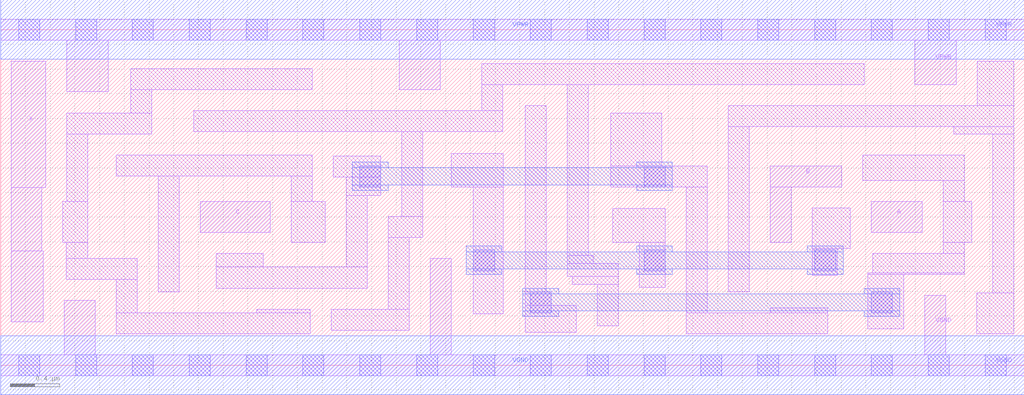
<source format=lef>
# Copyright 2020 The SkyWater PDK Authors
#
# Licensed under the Apache License, Version 2.0 (the "License");
# you may not use this file except in compliance with the License.
# You may obtain a copy of the License at
#
#     https://www.apache.org/licenses/LICENSE-2.0
#
# Unless required by applicable law or agreed to in writing, software
# distributed under the License is distributed on an "AS IS" BASIS,
# WITHOUT WARRANTIES OR CONDITIONS OF ANY KIND, either express or implied.
# See the License for the specific language governing permissions and
# limitations under the License.
#
# SPDX-License-Identifier: Apache-2.0

VERSION 5.7 ;
  NAMESCASESENSITIVE ON ;
  NOWIREEXTENSIONATPIN ON ;
  DIVIDERCHAR "/" ;
  BUSBITCHARS "[]" ;
UNITS
  DATABASE MICRONS 200 ;
END UNITS
MACRO sky130_fd_sc_hd__xnor3_1
  CLASS CORE ;
  SOURCE USER ;
  FOREIGN sky130_fd_sc_hd__xnor3_1 ;
  ORIGIN  0.000000  0.000000 ;
  SIZE  8.280000 BY  2.720000 ;
  SYMMETRY X Y R90 ;
  SITE unithd ;
  PIN A
    ANTENNAGATEAREA  0.246000 ;
    DIRECTION INPUT ;
    USE SIGNAL ;
    PORT
      LAYER li1 ;
        RECT 7.045000 1.075000 7.455000 1.325000 ;
    END
  END A
  PIN B
    ANTENNAGATEAREA  0.661500 ;
    DIRECTION INPUT ;
    USE SIGNAL ;
    PORT
      LAYER li1 ;
        RECT 6.225000 0.995000 6.395000 1.445000 ;
        RECT 6.225000 1.445000 6.805000 1.615000 ;
    END
  END B
  PIN C
    ANTENNAGATEAREA  0.381000 ;
    DIRECTION INPUT ;
    USE SIGNAL ;
    PORT
      LAYER li1 ;
        RECT 1.615000 1.075000 2.180000 1.325000 ;
    END
  END C
  PIN X
    ANTENNADIFFAREA  0.449000 ;
    DIRECTION OUTPUT ;
    USE SIGNAL ;
    PORT
      LAYER li1 ;
        RECT 0.085000 0.350000 0.345000 0.925000 ;
        RECT 0.085000 0.925000 0.330000 1.440000 ;
        RECT 0.085000 1.440000 0.365000 2.465000 ;
    END
  END X
  PIN VGND
    DIRECTION INOUT ;
    SHAPE ABUTMENT ;
    USE GROUND ;
    PORT
      LAYER li1 ;
        RECT 0.000000 -0.085000 8.280000 0.085000 ;
        RECT 0.515000  0.085000 0.765000 0.525000 ;
        RECT 3.475000  0.085000 3.645000 0.865000 ;
        RECT 7.475000  0.085000 7.645000 0.565000 ;
      LAYER mcon ;
        RECT 0.145000 -0.085000 0.315000 0.085000 ;
        RECT 0.605000 -0.085000 0.775000 0.085000 ;
        RECT 1.065000 -0.085000 1.235000 0.085000 ;
        RECT 1.525000 -0.085000 1.695000 0.085000 ;
        RECT 1.985000 -0.085000 2.155000 0.085000 ;
        RECT 2.445000 -0.085000 2.615000 0.085000 ;
        RECT 2.905000 -0.085000 3.075000 0.085000 ;
        RECT 3.365000 -0.085000 3.535000 0.085000 ;
        RECT 3.825000 -0.085000 3.995000 0.085000 ;
        RECT 4.285000 -0.085000 4.455000 0.085000 ;
        RECT 4.745000 -0.085000 4.915000 0.085000 ;
        RECT 5.205000 -0.085000 5.375000 0.085000 ;
        RECT 5.665000 -0.085000 5.835000 0.085000 ;
        RECT 6.125000 -0.085000 6.295000 0.085000 ;
        RECT 6.585000 -0.085000 6.755000 0.085000 ;
        RECT 7.045000 -0.085000 7.215000 0.085000 ;
        RECT 7.505000 -0.085000 7.675000 0.085000 ;
        RECT 7.965000 -0.085000 8.135000 0.085000 ;
      LAYER met1 ;
        RECT 0.000000 -0.240000 8.280000 0.240000 ;
    END
  END VGND
  PIN VPWR
    DIRECTION INOUT ;
    SHAPE ABUTMENT ;
    USE POWER ;
    PORT
      LAYER li1 ;
        RECT 0.000000 2.635000 8.280000 2.805000 ;
        RECT 0.535000 2.215000 0.870000 2.635000 ;
        RECT 3.225000 2.235000 3.555000 2.635000 ;
        RECT 7.395000 2.275000 7.730000 2.635000 ;
      LAYER mcon ;
        RECT 0.145000 2.635000 0.315000 2.805000 ;
        RECT 0.605000 2.635000 0.775000 2.805000 ;
        RECT 1.065000 2.635000 1.235000 2.805000 ;
        RECT 1.525000 2.635000 1.695000 2.805000 ;
        RECT 1.985000 2.635000 2.155000 2.805000 ;
        RECT 2.445000 2.635000 2.615000 2.805000 ;
        RECT 2.905000 2.635000 3.075000 2.805000 ;
        RECT 3.365000 2.635000 3.535000 2.805000 ;
        RECT 3.825000 2.635000 3.995000 2.805000 ;
        RECT 4.285000 2.635000 4.455000 2.805000 ;
        RECT 4.745000 2.635000 4.915000 2.805000 ;
        RECT 5.205000 2.635000 5.375000 2.805000 ;
        RECT 5.665000 2.635000 5.835000 2.805000 ;
        RECT 6.125000 2.635000 6.295000 2.805000 ;
        RECT 6.585000 2.635000 6.755000 2.805000 ;
        RECT 7.045000 2.635000 7.215000 2.805000 ;
        RECT 7.505000 2.635000 7.675000 2.805000 ;
        RECT 7.965000 2.635000 8.135000 2.805000 ;
      LAYER met1 ;
        RECT 0.000000 2.480000 8.280000 2.960000 ;
    END
  END VPWR
  OBS
    LAYER li1 ;
      RECT 0.500000 0.995000 0.705000 1.325000 ;
      RECT 0.530000 0.695000 1.105000 0.865000 ;
      RECT 0.530000 0.865000 0.705000 0.995000 ;
      RECT 0.535000 1.325000 0.705000 1.875000 ;
      RECT 0.535000 1.875000 1.220000 2.045000 ;
      RECT 0.935000 0.255000 2.505000 0.425000 ;
      RECT 0.935000 0.425000 1.105000 0.695000 ;
      RECT 0.935000 1.535000 2.520000 1.705000 ;
      RECT 1.050000 2.045000 1.220000 2.235000 ;
      RECT 1.050000 2.235000 2.520000 2.405000 ;
      RECT 1.275000 0.595000 1.445000 1.535000 ;
      RECT 1.560000 1.895000 4.060000 2.065000 ;
      RECT 1.745000 0.625000 2.965000 0.795000 ;
      RECT 1.745000 0.795000 2.125000 0.905000 ;
      RECT 2.070000 0.425000 2.505000 0.455000 ;
      RECT 2.350000 0.995000 2.625000 1.325000 ;
      RECT 2.350000 1.325000 2.520000 1.535000 ;
      RECT 2.675000 0.285000 3.305000 0.455000 ;
      RECT 2.690000 1.525000 3.075000 1.695000 ;
      RECT 2.795000 0.795000 2.965000 1.375000 ;
      RECT 2.795000 1.375000 3.075000 1.525000 ;
      RECT 3.135000 0.455000 3.305000 1.035000 ;
      RECT 3.135000 1.035000 3.415000 1.205000 ;
      RECT 3.245000 1.205000 3.415000 1.895000 ;
      RECT 3.645000 1.445000 4.065000 1.715000 ;
      RECT 3.825000 0.415000 4.065000 1.445000 ;
      RECT 3.890000 2.065000 4.060000 2.275000 ;
      RECT 3.890000 2.275000 6.985000 2.445000 ;
      RECT 4.245000 0.265000 4.655000 0.485000 ;
      RECT 4.245000 0.485000 4.455000 0.595000 ;
      RECT 4.245000 0.595000 4.415000 2.105000 ;
      RECT 4.585000 0.720000 4.995000 0.825000 ;
      RECT 4.585000 0.825000 4.795000 0.890000 ;
      RECT 4.585000 0.890000 4.755000 2.275000 ;
      RECT 4.625000 0.655000 4.995000 0.720000 ;
      RECT 4.825000 0.320000 4.995000 0.655000 ;
      RECT 4.935000 1.445000 5.715000 1.615000 ;
      RECT 4.935000 1.615000 5.350000 2.045000 ;
      RECT 4.950000 0.995000 5.375000 1.270000 ;
      RECT 5.165000 0.630000 5.375000 0.995000 ;
      RECT 5.545000 0.255000 6.690000 0.425000 ;
      RECT 5.545000 0.425000 5.715000 1.445000 ;
      RECT 5.885000 0.595000 6.055000 1.935000 ;
      RECT 5.885000 1.935000 8.195000 2.105000 ;
      RECT 6.225000 0.425000 6.690000 0.465000 ;
      RECT 6.565000 0.730000 6.770000 0.945000 ;
      RECT 6.565000 0.945000 6.875000 1.275000 ;
      RECT 6.975000 1.495000 7.795000 1.705000 ;
      RECT 7.015000 0.295000 7.305000 0.735000 ;
      RECT 7.015000 0.735000 7.795000 0.750000 ;
      RECT 7.055000 0.750000 7.795000 0.905000 ;
      RECT 7.625000 0.905000 7.795000 0.995000 ;
      RECT 7.625000 0.995000 7.855000 1.325000 ;
      RECT 7.625000 1.325000 7.795000 1.495000 ;
      RECT 7.710000 1.875000 8.195000 1.935000 ;
      RECT 7.895000 0.255000 8.195000 0.585000 ;
      RECT 7.900000 2.105000 8.195000 2.465000 ;
      RECT 8.025000 0.585000 8.195000 1.875000 ;
    LAYER mcon ;
      RECT 2.905000 1.445000 3.075000 1.615000 ;
      RECT 3.825000 0.765000 3.995000 0.935000 ;
      RECT 4.285000 0.425000 4.455000 0.595000 ;
      RECT 5.205000 0.765000 5.375000 0.935000 ;
      RECT 5.205000 1.445000 5.375000 1.615000 ;
      RECT 6.585000 0.765000 6.755000 0.935000 ;
      RECT 7.045000 0.425000 7.215000 0.595000 ;
    LAYER met1 ;
      RECT 2.845000 1.415000 3.135000 1.460000 ;
      RECT 2.845000 1.460000 5.435000 1.600000 ;
      RECT 2.845000 1.600000 3.135000 1.645000 ;
      RECT 3.765000 0.735000 4.055000 0.780000 ;
      RECT 3.765000 0.780000 6.815000 0.920000 ;
      RECT 3.765000 0.920000 4.055000 0.965000 ;
      RECT 4.225000 0.395000 4.515000 0.440000 ;
      RECT 4.225000 0.440000 7.275000 0.580000 ;
      RECT 4.225000 0.580000 4.515000 0.625000 ;
      RECT 5.145000 0.735000 5.435000 0.780000 ;
      RECT 5.145000 0.920000 5.435000 0.965000 ;
      RECT 5.145000 1.415000 5.435000 1.460000 ;
      RECT 5.145000 1.600000 5.435000 1.645000 ;
      RECT 6.525000 0.735000 6.815000 0.780000 ;
      RECT 6.525000 0.920000 6.815000 0.965000 ;
      RECT 6.985000 0.395000 7.275000 0.440000 ;
      RECT 6.985000 0.580000 7.275000 0.625000 ;
  END
END sky130_fd_sc_hd__xnor3_1

</source>
